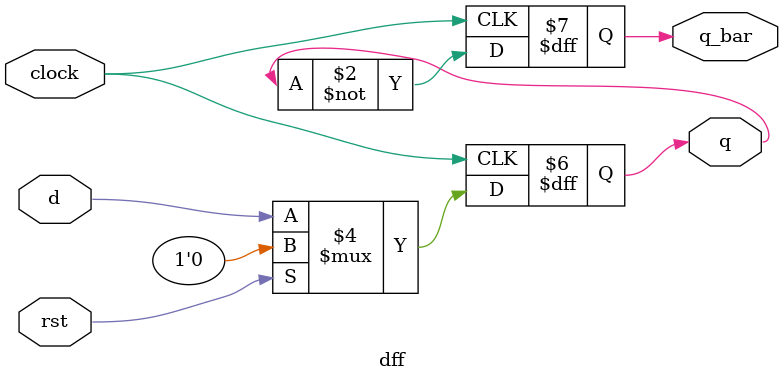
<source format=v>
`timescale 1ns / 1ps

module divide_by_3(
input clk,
input reset,
output clk_3
    );
    
    wire q0, q1, q0_bar, q1_bar;
    wire inter;
    assign inter = q0_bar & q1_bar;
    
    dff inst_1(.clock(clk), .rst(reset), .d(inter), .q(q0), .q_bar(q0_bar) );
    dff inst_2(.clock(clk), .rst(reset), .d(q0), .q(q1), .q_bar(q1_bar) );
    
    assign clk_3 = q1;
    
endmodule


module dff(clock, rst, d, q, q_bar);
	output reg q, q_bar;
	input clock, rst, d;
	
	always @ (posedge clock) begin
		q_bar <= ~q;
		if(rst) q <= 1'b0;
		else q <= d;
	end
	
endmodule
</source>
